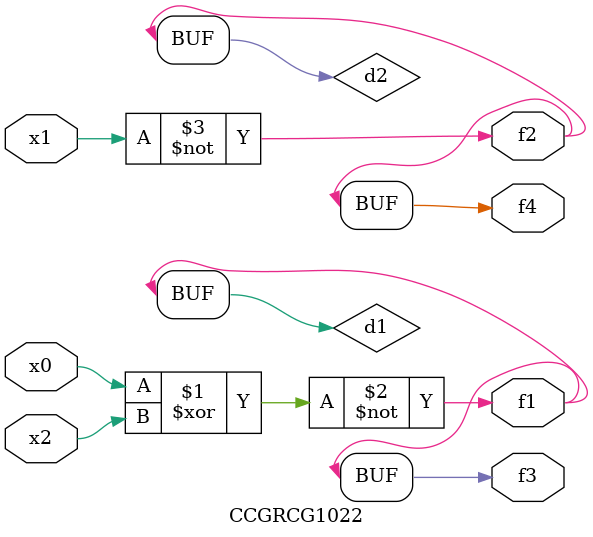
<source format=v>
module CCGRCG1022(
	input x0, x1, x2,
	output f1, f2, f3, f4
);

	wire d1, d2, d3;

	xnor (d1, x0, x2);
	nand (d2, x1);
	nor (d3, x1, x2);
	assign f1 = d1;
	assign f2 = d2;
	assign f3 = d1;
	assign f4 = d2;
endmodule

</source>
